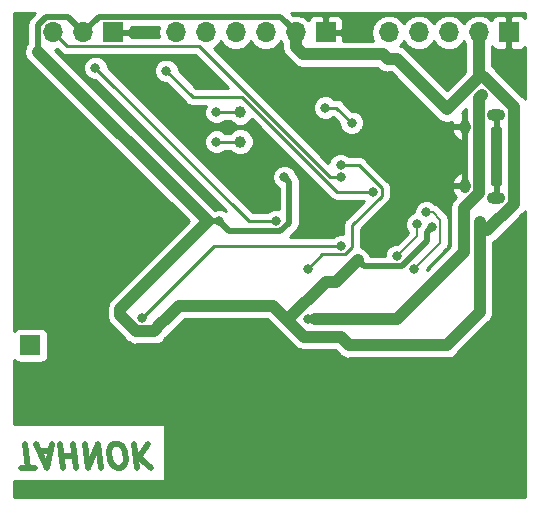
<source format=gbr>
%TF.GenerationSoftware,KiCad,Pcbnew,(6.0.0-rc1-dev-1248-ged6c68a1e)*%
%TF.CreationDate,2019-07-02T22:08:16-04:00*%
%TF.ProjectId,hummingbird,68756d6d-696e-4676-9269-72642e6b6963,rev?*%
%TF.SameCoordinates,Original*%
%TF.FileFunction,Copper,L2,Bot*%
%TF.FilePolarity,Positive*%
%FSLAX46Y46*%
G04 Gerber Fmt 4.6, Leading zero omitted, Abs format (unit mm)*
G04 Created by KiCad (PCBNEW (6.0.0-rc1-dev-1248-ged6c68a1e)) date 07/02/19 22:08:16*
%MOMM*%
%LPD*%
G01*
G04 APERTURE LIST*
%ADD10C,0.500000*%
%ADD11R,1.700000X1.700000*%
%ADD12O,1.700000X1.700000*%
%ADD13O,0.950000X1.250000*%
%ADD14O,1.550000X1.000000*%
%ADD15C,1.000000*%
%ADD16C,0.800000*%
%ADD17C,1.000000*%
%ADD18C,0.250000*%
%ADD19C,0.200000*%
%ADD20C,0.254000*%
G04 APERTURE END LIST*
D10*
X129462351Y-175345238D02*
X130605208Y-175345238D01*
X129783779Y-173345238D02*
X130033779Y-175345238D01*
X130998065Y-173916666D02*
X131950446Y-173916666D01*
X130736160Y-173345238D02*
X131652827Y-175345238D01*
X132069494Y-173345238D01*
X132736160Y-173345238D02*
X132986160Y-175345238D01*
X132867113Y-174392857D02*
X134009970Y-174392857D01*
X133879017Y-173345238D02*
X134129017Y-175345238D01*
X134831398Y-173345238D02*
X135081398Y-175345238D01*
X135974255Y-173345238D01*
X136224255Y-175345238D01*
X137557589Y-175345238D02*
X137938541Y-175345238D01*
X138117113Y-175250000D01*
X138283779Y-175059523D01*
X138331398Y-174678571D01*
X138248065Y-174011904D01*
X138105208Y-173630952D01*
X137890922Y-173440476D01*
X137688541Y-173345238D01*
X137307589Y-173345238D01*
X137129017Y-173440476D01*
X136962351Y-173630952D01*
X136914732Y-174011904D01*
X136998065Y-174678571D01*
X137140922Y-175059523D01*
X137355208Y-175250000D01*
X137557589Y-175345238D01*
X139021875Y-173345238D02*
X139271875Y-175345238D01*
X140164732Y-173345238D02*
X139450446Y-174488095D01*
X140414732Y-175345238D02*
X139129017Y-174202380D01*
D11*
X137250000Y-138500000D03*
D12*
X134710000Y-138500000D03*
X132170000Y-138500000D03*
D13*
X167000000Y-146500000D03*
X167000000Y-151500000D03*
D14*
X169700000Y-152500000D03*
X169700000Y-145500000D03*
D11*
X155250000Y-138500000D03*
D12*
X152710000Y-138500000D03*
X150170000Y-138500000D03*
X147630000Y-138500000D03*
X145090000Y-138500000D03*
X142550000Y-138500000D03*
D11*
X170750000Y-138500000D03*
D12*
X168210000Y-138500000D03*
X165670000Y-138500000D03*
X163130000Y-138500000D03*
X160590000Y-138500000D03*
D11*
X130250000Y-165000000D03*
D15*
X148000000Y-147750000D03*
X148000000Y-145250000D03*
D16*
X164600000Y-141800000D03*
X165382121Y-146873970D03*
X149824990Y-150925010D03*
X143750000Y-141750000D03*
X161250000Y-155750000D03*
X131750000Y-161500000D03*
X159849999Y-154775814D03*
X153000000Y-168000000D03*
X160000000Y-167974990D03*
X165250000Y-166500000D03*
X166500000Y-140250000D03*
X149750000Y-164250000D03*
X143500000Y-163250000D03*
X170250000Y-162250000D03*
X134250000Y-141000000D03*
X158500000Y-138750000D03*
X158500000Y-142500000D03*
X148333260Y-141750000D03*
X129750000Y-141750000D03*
X153750000Y-162750000D03*
X168500000Y-143750000D03*
X158675000Y-162750000D03*
X151750000Y-150750000D03*
X164250000Y-155000000D03*
X141737347Y-162737347D03*
X156500000Y-164250000D03*
X165500000Y-164962500D03*
X157962500Y-157787500D03*
X165500000Y-145000000D03*
X160500000Y-140750000D03*
X168250000Y-154500000D03*
X138250000Y-161500000D03*
X146250000Y-154500000D03*
X146000000Y-147750000D03*
X146000000Y-145250000D03*
X156512653Y-150762653D03*
X157442654Y-146157346D03*
X155200000Y-144875000D03*
X156545514Y-156579822D03*
X139700010Y-162676377D03*
X156500000Y-149750000D03*
X153750000Y-158500000D03*
X151000000Y-154500000D03*
X135750000Y-141500000D03*
X162750000Y-158500000D03*
X163750000Y-153750000D03*
X163000000Y-154750000D03*
X161264270Y-157450000D03*
X159250000Y-152000000D03*
X141750000Y-141750000D03*
D10*
X154315685Y-162750000D02*
X153750000Y-162750000D01*
D17*
X168224990Y-144025010D02*
X168465466Y-143784534D01*
X168224990Y-152086725D02*
X168224990Y-144025010D01*
X166924990Y-153386725D02*
X168224990Y-152086725D01*
X166924990Y-157083012D02*
X166924990Y-153386725D01*
X161258002Y-162750000D02*
X166924990Y-157083012D01*
X154315685Y-162750000D02*
X161258002Y-162750000D01*
X155271997Y-159600001D02*
X152000000Y-162871998D01*
X157962500Y-157787500D02*
X156149999Y-159600001D01*
X156149999Y-159600001D02*
X155271997Y-159600001D01*
X153378002Y-164250000D02*
X156500000Y-164250000D01*
X152000000Y-162871998D02*
X153378002Y-164250000D01*
X157212500Y-164962500D02*
X156500000Y-164250000D01*
X165500000Y-164962500D02*
X157212500Y-164962500D01*
X165500000Y-164962500D02*
X168292757Y-162169743D01*
X168210000Y-142290000D02*
X165500000Y-145000000D01*
X168210000Y-138500000D02*
X168210000Y-142290000D01*
X161250000Y-140750000D02*
X165500000Y-145000000D01*
X160500000Y-140750000D02*
X161250000Y-140750000D01*
X168668002Y-142290000D02*
X168210000Y-142290000D01*
X171175010Y-144797008D02*
X168668002Y-142290000D01*
X171175010Y-152997060D02*
X171175010Y-144797008D01*
X168922070Y-155250000D02*
X171175010Y-152997060D01*
X168292757Y-155250000D02*
X168922070Y-155250000D01*
X168292757Y-162169743D02*
X168292757Y-155250000D01*
X168292757Y-155250000D02*
X168292757Y-154542757D01*
X150778001Y-161649999D02*
X152000000Y-162871998D01*
X142824695Y-161649999D02*
X150778001Y-161649999D01*
X141737347Y-162737347D02*
X142824695Y-161649999D01*
X141337348Y-163137346D02*
X141737347Y-162737347D01*
X140698316Y-163776378D02*
X141337348Y-163137346D01*
X139172009Y-163776378D02*
X140698316Y-163776378D01*
X137850001Y-162454370D02*
X139172009Y-163776378D01*
X137850001Y-161899999D02*
X137850001Y-162454370D01*
X138250000Y-161500000D02*
X137850001Y-161899999D01*
X160100001Y-140350001D02*
X160500000Y-140750000D01*
X153357920Y-140350001D02*
X160100001Y-140350001D01*
X152710000Y-139702081D02*
X153357920Y-140350001D01*
X152710000Y-138500000D02*
X152710000Y-139702081D01*
D10*
X151860001Y-137650001D02*
X152710000Y-138500000D01*
X151409999Y-137199999D02*
X151860001Y-137650001D01*
X136010001Y-137199999D02*
X151409999Y-137199999D01*
X134710000Y-138500000D02*
X136010001Y-137199999D01*
X146649999Y-154899999D02*
X146250000Y-154500000D01*
X147100001Y-155350001D02*
X146649999Y-154899999D01*
X151408001Y-155350001D02*
X147100001Y-155350001D01*
X152149999Y-154608003D02*
X151408001Y-155350001D01*
X152149999Y-151149999D02*
X152149999Y-154608003D01*
X151750000Y-150750000D02*
X152149999Y-151149999D01*
X133860001Y-137650001D02*
X134710000Y-138500000D01*
X133409999Y-137199999D02*
X133860001Y-137650001D01*
X131545999Y-137199999D02*
X133409999Y-137199999D01*
X130869999Y-140119999D02*
X130869999Y-137875999D01*
X130869999Y-137875999D02*
X131545999Y-137199999D01*
D17*
X145250000Y-154500000D02*
X130869999Y-140119999D01*
D10*
X146250000Y-154500000D02*
X145250000Y-154500000D01*
D17*
X145250000Y-154500000D02*
X138250000Y-161500000D01*
D10*
X158362499Y-158187499D02*
X157962500Y-157787500D01*
X158475001Y-158300001D02*
X158362499Y-158187499D01*
X161672271Y-158300001D02*
X158475001Y-158300001D01*
X163850001Y-156122271D02*
X161672271Y-158300001D01*
X163850001Y-155399999D02*
X163850001Y-156122271D01*
X164250000Y-155000000D02*
X163850001Y-155399999D01*
D18*
X146000000Y-147750000D02*
X148000000Y-147750000D01*
X146000000Y-145250000D02*
X148000000Y-145250000D01*
X133019999Y-139349999D02*
X132170000Y-138500000D01*
X133345001Y-139675001D02*
X133019999Y-139349999D01*
X144525999Y-139675001D02*
X133345001Y-139675001D01*
X155613651Y-150762653D02*
X144525999Y-139675001D01*
X156512653Y-150762653D02*
X155613651Y-150762653D01*
X157442654Y-146157346D02*
X156160308Y-144875000D01*
X156160308Y-144875000D02*
X155200000Y-144875000D01*
X145796565Y-156579822D02*
X156545514Y-156579822D01*
X139700010Y-162676377D02*
X145796565Y-156579822D01*
X157065685Y-149750000D02*
X156500000Y-149750000D01*
X158073002Y-149750000D02*
X157065685Y-149750000D01*
X159975001Y-151651999D02*
X158073002Y-149750000D01*
X157500000Y-154823002D02*
X159975001Y-152348001D01*
X157500000Y-156698338D02*
X157500000Y-154823002D01*
X159975001Y-152348001D02*
X159975001Y-151651999D01*
X156893515Y-157304823D02*
X157500000Y-156698338D01*
X154945177Y-157304823D02*
X156893515Y-157304823D01*
X153750000Y-158500000D02*
X154945177Y-157304823D01*
X151000000Y-154500000D02*
X148750000Y-154500000D01*
X148750000Y-154500000D02*
X135750000Y-141500000D01*
D19*
X164950001Y-154384316D02*
X164950001Y-156299999D01*
X163750000Y-153750000D02*
X164315685Y-153750000D01*
X164950001Y-156299999D02*
X162750000Y-158500000D01*
X164315685Y-153750000D02*
X164950001Y-154384316D01*
X163000000Y-154750000D02*
X163000000Y-155714270D01*
X163000000Y-155714270D02*
X161264270Y-157450000D01*
D18*
X158684315Y-152000000D02*
X159250000Y-152000000D01*
X156214588Y-152000000D02*
X158684315Y-152000000D01*
X148189589Y-143975001D02*
X156214588Y-152000000D01*
X143975001Y-143975001D02*
X148189589Y-143975001D01*
X141750000Y-141750000D02*
X143975001Y-143975001D01*
D20*
G36*
X130305844Y-137188576D02*
X130231951Y-137237950D01*
X130182577Y-137311843D01*
X130182575Y-137311845D01*
X130036347Y-137530690D01*
X129967662Y-137875999D01*
X129985000Y-137963164D01*
X129984999Y-139401552D01*
X129800853Y-139677145D01*
X129712764Y-140119999D01*
X129800853Y-140562853D01*
X129988391Y-140843522D01*
X143644868Y-154500000D01*
X137526477Y-160618392D01*
X137126483Y-161018386D01*
X137031712Y-161081710D01*
X136851475Y-161351455D01*
X136780855Y-161457145D01*
X136692766Y-161899999D01*
X136715001Y-162011782D01*
X136715001Y-162342587D01*
X136692766Y-162454370D01*
X136715001Y-162566152D01*
X136715001Y-162566153D01*
X136780855Y-162897225D01*
X137031713Y-163272659D01*
X137126481Y-163335981D01*
X138290398Y-164499899D01*
X138353720Y-164594667D01*
X138596109Y-164756626D01*
X138729154Y-164845524D01*
X139172009Y-164933613D01*
X139283792Y-164911378D01*
X140586533Y-164911378D01*
X140698316Y-164933613D01*
X140810099Y-164911378D01*
X141141171Y-164845524D01*
X141516605Y-164594667D01*
X141579929Y-164499896D01*
X142618955Y-163460870D01*
X143294827Y-162784999D01*
X150307869Y-162784999D01*
X151118395Y-163595526D01*
X151181712Y-163690286D01*
X151276472Y-163753603D01*
X151276476Y-163753607D01*
X151276482Y-163753611D01*
X152496391Y-164973521D01*
X152559713Y-165068289D01*
X152884044Y-165285000D01*
X152935147Y-165319146D01*
X153378001Y-165407235D01*
X153489784Y-165385000D01*
X156029869Y-165385000D01*
X156330887Y-165686018D01*
X156394211Y-165780789D01*
X156718542Y-165997500D01*
X156769645Y-166031646D01*
X157212499Y-166119735D01*
X157324282Y-166097500D01*
X165388217Y-166097500D01*
X165500000Y-166119735D01*
X165611783Y-166097500D01*
X165942855Y-166031646D01*
X166318289Y-165780789D01*
X166381613Y-165686018D01*
X169016278Y-163051353D01*
X169111046Y-162988032D01*
X169361903Y-162612598D01*
X169415558Y-162342853D01*
X169449992Y-162169743D01*
X169427757Y-162057960D01*
X169427757Y-156277163D01*
X169740359Y-156068289D01*
X169803683Y-155973518D01*
X171898531Y-153878670D01*
X171993299Y-153815349D01*
X172115000Y-153633210D01*
X172115001Y-177865000D01*
X128885000Y-177865000D01*
X128885000Y-176450000D01*
X141646905Y-176450000D01*
X141646905Y-171680000D01*
X128885000Y-171680000D01*
X128885000Y-166222217D01*
X128942191Y-166307809D01*
X129152235Y-166448157D01*
X129400000Y-166497440D01*
X131100000Y-166497440D01*
X131347765Y-166448157D01*
X131557809Y-166307809D01*
X131698157Y-166097765D01*
X131747440Y-165850000D01*
X131747440Y-164150000D01*
X131698157Y-163902235D01*
X131557809Y-163692191D01*
X131347765Y-163551843D01*
X131100000Y-163502560D01*
X129400000Y-163502560D01*
X129152235Y-163551843D01*
X128942191Y-163692191D01*
X128885000Y-163777783D01*
X128885000Y-136885000D01*
X130609419Y-136885000D01*
X130305844Y-137188576D01*
X130305844Y-137188576D01*
G37*
X130305844Y-137188576D02*
X130231951Y-137237950D01*
X130182577Y-137311843D01*
X130182575Y-137311845D01*
X130036347Y-137530690D01*
X129967662Y-137875999D01*
X129985000Y-137963164D01*
X129984999Y-139401552D01*
X129800853Y-139677145D01*
X129712764Y-140119999D01*
X129800853Y-140562853D01*
X129988391Y-140843522D01*
X143644868Y-154500000D01*
X137526477Y-160618392D01*
X137126483Y-161018386D01*
X137031712Y-161081710D01*
X136851475Y-161351455D01*
X136780855Y-161457145D01*
X136692766Y-161899999D01*
X136715001Y-162011782D01*
X136715001Y-162342587D01*
X136692766Y-162454370D01*
X136715001Y-162566152D01*
X136715001Y-162566153D01*
X136780855Y-162897225D01*
X137031713Y-163272659D01*
X137126481Y-163335981D01*
X138290398Y-164499899D01*
X138353720Y-164594667D01*
X138596109Y-164756626D01*
X138729154Y-164845524D01*
X139172009Y-164933613D01*
X139283792Y-164911378D01*
X140586533Y-164911378D01*
X140698316Y-164933613D01*
X140810099Y-164911378D01*
X141141171Y-164845524D01*
X141516605Y-164594667D01*
X141579929Y-164499896D01*
X142618955Y-163460870D01*
X143294827Y-162784999D01*
X150307869Y-162784999D01*
X151118395Y-163595526D01*
X151181712Y-163690286D01*
X151276472Y-163753603D01*
X151276476Y-163753607D01*
X151276482Y-163753611D01*
X152496391Y-164973521D01*
X152559713Y-165068289D01*
X152884044Y-165285000D01*
X152935147Y-165319146D01*
X153378001Y-165407235D01*
X153489784Y-165385000D01*
X156029869Y-165385000D01*
X156330887Y-165686018D01*
X156394211Y-165780789D01*
X156718542Y-165997500D01*
X156769645Y-166031646D01*
X157212499Y-166119735D01*
X157324282Y-166097500D01*
X165388217Y-166097500D01*
X165500000Y-166119735D01*
X165611783Y-166097500D01*
X165942855Y-166031646D01*
X166318289Y-165780789D01*
X166381613Y-165686018D01*
X169016278Y-163051353D01*
X169111046Y-162988032D01*
X169361903Y-162612598D01*
X169415558Y-162342853D01*
X169449992Y-162169743D01*
X169427757Y-162057960D01*
X169427757Y-156277163D01*
X169740359Y-156068289D01*
X169803683Y-155973518D01*
X171898531Y-153878670D01*
X171993299Y-153815349D01*
X172115000Y-153633210D01*
X172115001Y-177865000D01*
X128885000Y-177865000D01*
X128885000Y-176450000D01*
X141646905Y-176450000D01*
X141646905Y-171680000D01*
X128885000Y-171680000D01*
X128885000Y-166222217D01*
X128942191Y-166307809D01*
X129152235Y-166448157D01*
X129400000Y-166497440D01*
X131100000Y-166497440D01*
X131347765Y-166448157D01*
X131557809Y-166307809D01*
X131698157Y-166097765D01*
X131747440Y-165850000D01*
X131747440Y-164150000D01*
X131698157Y-163902235D01*
X131557809Y-163692191D01*
X131347765Y-163551843D01*
X131100000Y-163502560D01*
X129400000Y-163502560D01*
X129152235Y-163551843D01*
X128942191Y-163692191D01*
X128885000Y-163777783D01*
X128885000Y-136885000D01*
X130609419Y-136885000D01*
X130305844Y-137188576D01*
G36*
X151575000Y-139474281D02*
X151575000Y-139590298D01*
X151552765Y-139702081D01*
X151575000Y-139813864D01*
X151640854Y-140144936D01*
X151891712Y-140520370D01*
X151986480Y-140583692D01*
X152476307Y-141073519D01*
X152539631Y-141168290D01*
X152915065Y-141419147D01*
X153246137Y-141485001D01*
X153357919Y-141507236D01*
X153469701Y-141485001D01*
X159626060Y-141485001D01*
X159681711Y-141568289D01*
X160057145Y-141819146D01*
X160197906Y-141847145D01*
X160499999Y-141907235D01*
X160611782Y-141885000D01*
X160779869Y-141885000D01*
X164618393Y-145723525D01*
X164681712Y-145818288D01*
X164776475Y-145881607D01*
X164776476Y-145881608D01*
X165057145Y-146069146D01*
X165500000Y-146157235D01*
X165942854Y-146069146D01*
X165943825Y-146068497D01*
X165898771Y-146198869D01*
X166047437Y-146373000D01*
X166873000Y-146373000D01*
X166873000Y-145407266D01*
X166772361Y-145332770D01*
X167089991Y-145015140D01*
X167089990Y-151616593D01*
X167059583Y-151647000D01*
X166873000Y-151647000D01*
X166873000Y-151627000D01*
X166047437Y-151627000D01*
X165898771Y-151801131D01*
X166040432Y-152211049D01*
X166254323Y-152452261D01*
X166201470Y-152505114D01*
X166106702Y-152568436D01*
X165978703Y-152760000D01*
X165855844Y-152943871D01*
X165767755Y-153386725D01*
X165789991Y-153498513D01*
X165789990Y-156612880D01*
X163785000Y-158617870D01*
X163785000Y-158504446D01*
X165418538Y-156870909D01*
X165479906Y-156829904D01*
X165642355Y-156586782D01*
X165685001Y-156372387D01*
X165685001Y-156372384D01*
X165699399Y-156300000D01*
X165685001Y-156227616D01*
X165685001Y-154456699D01*
X165699399Y-154384315D01*
X165685001Y-154311929D01*
X165685001Y-154311928D01*
X165642355Y-154097533D01*
X165479906Y-153854411D01*
X165418539Y-153813407D01*
X164886596Y-153281465D01*
X164845590Y-153220095D01*
X164602468Y-153057646D01*
X164501217Y-153037506D01*
X164336280Y-152872569D01*
X163955874Y-152715000D01*
X163544126Y-152715000D01*
X163163720Y-152872569D01*
X162872569Y-153163720D01*
X162715000Y-153544126D01*
X162715000Y-153747775D01*
X162413720Y-153872569D01*
X162122569Y-154163720D01*
X161965000Y-154544126D01*
X161965000Y-154955874D01*
X162122569Y-155336280D01*
X162230556Y-155444267D01*
X161259824Y-156415000D01*
X161058396Y-156415000D01*
X160677990Y-156572569D01*
X160386839Y-156863720D01*
X160229270Y-157244126D01*
X160229270Y-157415001D01*
X159045640Y-157415001D01*
X159031645Y-157344646D01*
X158780788Y-156969212D01*
X158405354Y-156718355D01*
X158273659Y-156692159D01*
X158260000Y-156623492D01*
X158260000Y-155137803D01*
X160459474Y-152938330D01*
X160522930Y-152895930D01*
X160690905Y-152644538D01*
X160735001Y-152422853D01*
X160735001Y-152422848D01*
X160749889Y-152348001D01*
X160735001Y-152273154D01*
X160735001Y-151726847D01*
X160749889Y-151651999D01*
X160735001Y-151577151D01*
X160735001Y-151577147D01*
X160690905Y-151355462D01*
X160690905Y-151355461D01*
X160586273Y-151198869D01*
X165898771Y-151198869D01*
X166047437Y-151373000D01*
X166873000Y-151373000D01*
X166873000Y-150407266D01*
X166702062Y-150280732D01*
X166328179Y-150464448D01*
X166040432Y-150788951D01*
X165898771Y-151198869D01*
X160586273Y-151198869D01*
X160565330Y-151167526D01*
X160522930Y-151104070D01*
X160459474Y-151061670D01*
X158663333Y-149265530D01*
X158620931Y-149202071D01*
X158369539Y-149034096D01*
X158147854Y-148990000D01*
X158147849Y-148990000D01*
X158073002Y-148975112D01*
X157998155Y-148990000D01*
X157203711Y-148990000D01*
X157086280Y-148872569D01*
X156705874Y-148715000D01*
X156294126Y-148715000D01*
X155913720Y-148872569D01*
X155622569Y-149163720D01*
X155466443Y-149540643D01*
X150594926Y-144669126D01*
X154165000Y-144669126D01*
X154165000Y-145080874D01*
X154322569Y-145461280D01*
X154613720Y-145752431D01*
X154994126Y-145910000D01*
X155405874Y-145910000D01*
X155786280Y-145752431D01*
X155874609Y-145664102D01*
X156407654Y-146197148D01*
X156407654Y-146363220D01*
X156565223Y-146743626D01*
X156856374Y-147034777D01*
X157236780Y-147192346D01*
X157648528Y-147192346D01*
X158028934Y-147034777D01*
X158262580Y-146801131D01*
X165898771Y-146801131D01*
X166040432Y-147211049D01*
X166328179Y-147535552D01*
X166702062Y-147719268D01*
X166873000Y-147592734D01*
X166873000Y-146627000D01*
X166047437Y-146627000D01*
X165898771Y-146801131D01*
X158262580Y-146801131D01*
X158320085Y-146743626D01*
X158477654Y-146363220D01*
X158477654Y-145951472D01*
X158320085Y-145571066D01*
X158028934Y-145279915D01*
X157648528Y-145122346D01*
X157482456Y-145122346D01*
X156750639Y-144390530D01*
X156708237Y-144327071D01*
X156456845Y-144159096D01*
X156235160Y-144115000D01*
X156235155Y-144115000D01*
X156160308Y-144100112D01*
X156085461Y-144115000D01*
X155903711Y-144115000D01*
X155786280Y-143997569D01*
X155405874Y-143840000D01*
X154994126Y-143840000D01*
X154613720Y-143997569D01*
X154322569Y-144288720D01*
X154165000Y-144669126D01*
X150594926Y-144669126D01*
X145762466Y-139836667D01*
X146160625Y-139570625D01*
X146360000Y-139272239D01*
X146559375Y-139570625D01*
X147050582Y-139898839D01*
X147483744Y-139985000D01*
X147776256Y-139985000D01*
X148209418Y-139898839D01*
X148700625Y-139570625D01*
X148900000Y-139272239D01*
X149099375Y-139570625D01*
X149590582Y-139898839D01*
X150023744Y-139985000D01*
X150316256Y-139985000D01*
X150749418Y-139898839D01*
X151240625Y-139570625D01*
X151440000Y-139272239D01*
X151575000Y-139474281D01*
X151575000Y-139474281D01*
G37*
X151575000Y-139474281D02*
X151575000Y-139590298D01*
X151552765Y-139702081D01*
X151575000Y-139813864D01*
X151640854Y-140144936D01*
X151891712Y-140520370D01*
X151986480Y-140583692D01*
X152476307Y-141073519D01*
X152539631Y-141168290D01*
X152915065Y-141419147D01*
X153246137Y-141485001D01*
X153357919Y-141507236D01*
X153469701Y-141485001D01*
X159626060Y-141485001D01*
X159681711Y-141568289D01*
X160057145Y-141819146D01*
X160197906Y-141847145D01*
X160499999Y-141907235D01*
X160611782Y-141885000D01*
X160779869Y-141885000D01*
X164618393Y-145723525D01*
X164681712Y-145818288D01*
X164776475Y-145881607D01*
X164776476Y-145881608D01*
X165057145Y-146069146D01*
X165500000Y-146157235D01*
X165942854Y-146069146D01*
X165943825Y-146068497D01*
X165898771Y-146198869D01*
X166047437Y-146373000D01*
X166873000Y-146373000D01*
X166873000Y-145407266D01*
X166772361Y-145332770D01*
X167089991Y-145015140D01*
X167089990Y-151616593D01*
X167059583Y-151647000D01*
X166873000Y-151647000D01*
X166873000Y-151627000D01*
X166047437Y-151627000D01*
X165898771Y-151801131D01*
X166040432Y-152211049D01*
X166254323Y-152452261D01*
X166201470Y-152505114D01*
X166106702Y-152568436D01*
X165978703Y-152760000D01*
X165855844Y-152943871D01*
X165767755Y-153386725D01*
X165789991Y-153498513D01*
X165789990Y-156612880D01*
X163785000Y-158617870D01*
X163785000Y-158504446D01*
X165418538Y-156870909D01*
X165479906Y-156829904D01*
X165642355Y-156586782D01*
X165685001Y-156372387D01*
X165685001Y-156372384D01*
X165699399Y-156300000D01*
X165685001Y-156227616D01*
X165685001Y-154456699D01*
X165699399Y-154384315D01*
X165685001Y-154311929D01*
X165685001Y-154311928D01*
X165642355Y-154097533D01*
X165479906Y-153854411D01*
X165418539Y-153813407D01*
X164886596Y-153281465D01*
X164845590Y-153220095D01*
X164602468Y-153057646D01*
X164501217Y-153037506D01*
X164336280Y-152872569D01*
X163955874Y-152715000D01*
X163544126Y-152715000D01*
X163163720Y-152872569D01*
X162872569Y-153163720D01*
X162715000Y-153544126D01*
X162715000Y-153747775D01*
X162413720Y-153872569D01*
X162122569Y-154163720D01*
X161965000Y-154544126D01*
X161965000Y-154955874D01*
X162122569Y-155336280D01*
X162230556Y-155444267D01*
X161259824Y-156415000D01*
X161058396Y-156415000D01*
X160677990Y-156572569D01*
X160386839Y-156863720D01*
X160229270Y-157244126D01*
X160229270Y-157415001D01*
X159045640Y-157415001D01*
X159031645Y-157344646D01*
X158780788Y-156969212D01*
X158405354Y-156718355D01*
X158273659Y-156692159D01*
X158260000Y-156623492D01*
X158260000Y-155137803D01*
X160459474Y-152938330D01*
X160522930Y-152895930D01*
X160690905Y-152644538D01*
X160735001Y-152422853D01*
X160735001Y-152422848D01*
X160749889Y-152348001D01*
X160735001Y-152273154D01*
X160735001Y-151726847D01*
X160749889Y-151651999D01*
X160735001Y-151577151D01*
X160735001Y-151577147D01*
X160690905Y-151355462D01*
X160690905Y-151355461D01*
X160586273Y-151198869D01*
X165898771Y-151198869D01*
X166047437Y-151373000D01*
X166873000Y-151373000D01*
X166873000Y-150407266D01*
X166702062Y-150280732D01*
X166328179Y-150464448D01*
X166040432Y-150788951D01*
X165898771Y-151198869D01*
X160586273Y-151198869D01*
X160565330Y-151167526D01*
X160522930Y-151104070D01*
X160459474Y-151061670D01*
X158663333Y-149265530D01*
X158620931Y-149202071D01*
X158369539Y-149034096D01*
X158147854Y-148990000D01*
X158147849Y-148990000D01*
X158073002Y-148975112D01*
X157998155Y-148990000D01*
X157203711Y-148990000D01*
X157086280Y-148872569D01*
X156705874Y-148715000D01*
X156294126Y-148715000D01*
X155913720Y-148872569D01*
X155622569Y-149163720D01*
X155466443Y-149540643D01*
X150594926Y-144669126D01*
X154165000Y-144669126D01*
X154165000Y-145080874D01*
X154322569Y-145461280D01*
X154613720Y-145752431D01*
X154994126Y-145910000D01*
X155405874Y-145910000D01*
X155786280Y-145752431D01*
X155874609Y-145664102D01*
X156407654Y-146197148D01*
X156407654Y-146363220D01*
X156565223Y-146743626D01*
X156856374Y-147034777D01*
X157236780Y-147192346D01*
X157648528Y-147192346D01*
X158028934Y-147034777D01*
X158262580Y-146801131D01*
X165898771Y-146801131D01*
X166040432Y-147211049D01*
X166328179Y-147535552D01*
X166702062Y-147719268D01*
X166873000Y-147592734D01*
X166873000Y-146627000D01*
X166047437Y-146627000D01*
X165898771Y-146801131D01*
X158262580Y-146801131D01*
X158320085Y-146743626D01*
X158477654Y-146363220D01*
X158477654Y-145951472D01*
X158320085Y-145571066D01*
X158028934Y-145279915D01*
X157648528Y-145122346D01*
X157482456Y-145122346D01*
X156750639Y-144390530D01*
X156708237Y-144327071D01*
X156456845Y-144159096D01*
X156235160Y-144115000D01*
X156235155Y-144115000D01*
X156160308Y-144100112D01*
X156085461Y-144115000D01*
X155903711Y-144115000D01*
X155786280Y-143997569D01*
X155405874Y-143840000D01*
X154994126Y-143840000D01*
X154613720Y-143997569D01*
X154322569Y-144288720D01*
X154165000Y-144669126D01*
X150594926Y-144669126D01*
X145762466Y-139836667D01*
X146160625Y-139570625D01*
X146360000Y-139272239D01*
X146559375Y-139570625D01*
X147050582Y-139898839D01*
X147483744Y-139985000D01*
X147776256Y-139985000D01*
X148209418Y-139898839D01*
X148700625Y-139570625D01*
X148900000Y-139272239D01*
X149099375Y-139570625D01*
X149590582Y-139898839D01*
X150023744Y-139985000D01*
X150316256Y-139985000D01*
X150749418Y-139898839D01*
X151240625Y-139570625D01*
X151440000Y-139272239D01*
X151575000Y-139474281D01*
G36*
X132754670Y-140159471D02*
X132797072Y-140222930D01*
X133048464Y-140390905D01*
X133270149Y-140435001D01*
X133270153Y-140435001D01*
X133345000Y-140449889D01*
X133419847Y-140435001D01*
X144211198Y-140435001D01*
X146991198Y-143215001D01*
X144289803Y-143215001D01*
X142785000Y-141710199D01*
X142785000Y-141544126D01*
X142627431Y-141163720D01*
X142336280Y-140872569D01*
X141955874Y-140715000D01*
X141544126Y-140715000D01*
X141163720Y-140872569D01*
X140872569Y-141163720D01*
X140715000Y-141544126D01*
X140715000Y-141955874D01*
X140872569Y-142336280D01*
X141163720Y-142627431D01*
X141544126Y-142785000D01*
X141710199Y-142785000D01*
X143384671Y-144459473D01*
X143427072Y-144522930D01*
X143678464Y-144690905D01*
X143900149Y-144735001D01*
X143900153Y-144735001D01*
X143975001Y-144749889D01*
X144049849Y-144735001D01*
X145093044Y-144735001D01*
X144965000Y-145044126D01*
X144965000Y-145455874D01*
X145122569Y-145836280D01*
X145413720Y-146127431D01*
X145794126Y-146285000D01*
X146205874Y-146285000D01*
X146586280Y-146127431D01*
X146703711Y-146010000D01*
X147154867Y-146010000D01*
X147357074Y-146212207D01*
X147774234Y-146385000D01*
X148225766Y-146385000D01*
X148642926Y-146212207D01*
X148962207Y-145892926D01*
X148982858Y-145843071D01*
X155624261Y-152484476D01*
X155666659Y-152547929D01*
X155730112Y-152590327D01*
X155730114Y-152590329D01*
X155811243Y-152644537D01*
X155918051Y-152715904D01*
X156139736Y-152760000D01*
X156139740Y-152760000D01*
X156214587Y-152774888D01*
X156289434Y-152760000D01*
X158488200Y-152760000D01*
X157015528Y-154232673D01*
X156952072Y-154275073D01*
X156909672Y-154338529D01*
X156909671Y-154338530D01*
X156784097Y-154526465D01*
X156725112Y-154823002D01*
X156740001Y-154897854D01*
X156740001Y-155544822D01*
X156339640Y-155544822D01*
X155959234Y-155702391D01*
X155841803Y-155819822D01*
X152189758Y-155819822D01*
X152714155Y-155295426D01*
X152788048Y-155246052D01*
X152856665Y-155143361D01*
X152983651Y-154953313D01*
X153005134Y-154845309D01*
X153034999Y-154695168D01*
X153034999Y-154695164D01*
X153052336Y-154608003D01*
X153034999Y-154520842D01*
X153034999Y-151237159D01*
X153052336Y-151149998D01*
X153034999Y-151062835D01*
X153034999Y-151062834D01*
X152983651Y-150804689D01*
X152788048Y-150511950D01*
X152765406Y-150496821D01*
X152627431Y-150163720D01*
X152336280Y-149872569D01*
X151955874Y-149715000D01*
X151544126Y-149715000D01*
X151163720Y-149872569D01*
X150872569Y-150163720D01*
X150715000Y-150544126D01*
X150715000Y-150955874D01*
X150872569Y-151336280D01*
X151163720Y-151627431D01*
X151264999Y-151669382D01*
X151265000Y-153489491D01*
X151205874Y-153465000D01*
X150794126Y-153465000D01*
X150413720Y-153622569D01*
X150296289Y-153740000D01*
X149064803Y-153740000D01*
X142868928Y-147544126D01*
X144965000Y-147544126D01*
X144965000Y-147955874D01*
X145122569Y-148336280D01*
X145413720Y-148627431D01*
X145794126Y-148785000D01*
X146205874Y-148785000D01*
X146586280Y-148627431D01*
X146703711Y-148510000D01*
X147154867Y-148510000D01*
X147357074Y-148712207D01*
X147774234Y-148885000D01*
X148225766Y-148885000D01*
X148642926Y-148712207D01*
X148962207Y-148392926D01*
X149135000Y-147975766D01*
X149135000Y-147524234D01*
X148962207Y-147107074D01*
X148642926Y-146787793D01*
X148225766Y-146615000D01*
X147774234Y-146615000D01*
X147357074Y-146787793D01*
X147154867Y-146990000D01*
X146703711Y-146990000D01*
X146586280Y-146872569D01*
X146205874Y-146715000D01*
X145794126Y-146715000D01*
X145413720Y-146872569D01*
X145122569Y-147163720D01*
X144965000Y-147544126D01*
X142868928Y-147544126D01*
X136785000Y-141460199D01*
X136785000Y-141294126D01*
X136627431Y-140913720D01*
X136336280Y-140622569D01*
X135955874Y-140465000D01*
X135544126Y-140465000D01*
X135163720Y-140622569D01*
X134872569Y-140913720D01*
X134715000Y-141294126D01*
X134715000Y-141705874D01*
X134872569Y-142086280D01*
X135163720Y-142377431D01*
X135544126Y-142535000D01*
X135710199Y-142535000D01*
X146770533Y-153595336D01*
X146455874Y-153465000D01*
X146044126Y-153465000D01*
X145885738Y-153530606D01*
X132336170Y-139981039D01*
X132536408Y-139941209D01*
X132754670Y-140159471D01*
X132754670Y-140159471D01*
G37*
X132754670Y-140159471D02*
X132797072Y-140222930D01*
X133048464Y-140390905D01*
X133270149Y-140435001D01*
X133270153Y-140435001D01*
X133345000Y-140449889D01*
X133419847Y-140435001D01*
X144211198Y-140435001D01*
X146991198Y-143215001D01*
X144289803Y-143215001D01*
X142785000Y-141710199D01*
X142785000Y-141544126D01*
X142627431Y-141163720D01*
X142336280Y-140872569D01*
X141955874Y-140715000D01*
X141544126Y-140715000D01*
X141163720Y-140872569D01*
X140872569Y-141163720D01*
X140715000Y-141544126D01*
X140715000Y-141955874D01*
X140872569Y-142336280D01*
X141163720Y-142627431D01*
X141544126Y-142785000D01*
X141710199Y-142785000D01*
X143384671Y-144459473D01*
X143427072Y-144522930D01*
X143678464Y-144690905D01*
X143900149Y-144735001D01*
X143900153Y-144735001D01*
X143975001Y-144749889D01*
X144049849Y-144735001D01*
X145093044Y-144735001D01*
X144965000Y-145044126D01*
X144965000Y-145455874D01*
X145122569Y-145836280D01*
X145413720Y-146127431D01*
X145794126Y-146285000D01*
X146205874Y-146285000D01*
X146586280Y-146127431D01*
X146703711Y-146010000D01*
X147154867Y-146010000D01*
X147357074Y-146212207D01*
X147774234Y-146385000D01*
X148225766Y-146385000D01*
X148642926Y-146212207D01*
X148962207Y-145892926D01*
X148982858Y-145843071D01*
X155624261Y-152484476D01*
X155666659Y-152547929D01*
X155730112Y-152590327D01*
X155730114Y-152590329D01*
X155811243Y-152644537D01*
X155918051Y-152715904D01*
X156139736Y-152760000D01*
X156139740Y-152760000D01*
X156214587Y-152774888D01*
X156289434Y-152760000D01*
X158488200Y-152760000D01*
X157015528Y-154232673D01*
X156952072Y-154275073D01*
X156909672Y-154338529D01*
X156909671Y-154338530D01*
X156784097Y-154526465D01*
X156725112Y-154823002D01*
X156740001Y-154897854D01*
X156740001Y-155544822D01*
X156339640Y-155544822D01*
X155959234Y-155702391D01*
X155841803Y-155819822D01*
X152189758Y-155819822D01*
X152714155Y-155295426D01*
X152788048Y-155246052D01*
X152856665Y-155143361D01*
X152983651Y-154953313D01*
X153005134Y-154845309D01*
X153034999Y-154695168D01*
X153034999Y-154695164D01*
X153052336Y-154608003D01*
X153034999Y-154520842D01*
X153034999Y-151237159D01*
X153052336Y-151149998D01*
X153034999Y-151062835D01*
X153034999Y-151062834D01*
X152983651Y-150804689D01*
X152788048Y-150511950D01*
X152765406Y-150496821D01*
X152627431Y-150163720D01*
X152336280Y-149872569D01*
X151955874Y-149715000D01*
X151544126Y-149715000D01*
X151163720Y-149872569D01*
X150872569Y-150163720D01*
X150715000Y-150544126D01*
X150715000Y-150955874D01*
X150872569Y-151336280D01*
X151163720Y-151627431D01*
X151264999Y-151669382D01*
X151265000Y-153489491D01*
X151205874Y-153465000D01*
X150794126Y-153465000D01*
X150413720Y-153622569D01*
X150296289Y-153740000D01*
X149064803Y-153740000D01*
X142868928Y-147544126D01*
X144965000Y-147544126D01*
X144965000Y-147955874D01*
X145122569Y-148336280D01*
X145413720Y-148627431D01*
X145794126Y-148785000D01*
X146205874Y-148785000D01*
X146586280Y-148627431D01*
X146703711Y-148510000D01*
X147154867Y-148510000D01*
X147357074Y-148712207D01*
X147774234Y-148885000D01*
X148225766Y-148885000D01*
X148642926Y-148712207D01*
X148962207Y-148392926D01*
X149135000Y-147975766D01*
X149135000Y-147524234D01*
X148962207Y-147107074D01*
X148642926Y-146787793D01*
X148225766Y-146615000D01*
X147774234Y-146615000D01*
X147357074Y-146787793D01*
X147154867Y-146990000D01*
X146703711Y-146990000D01*
X146586280Y-146872569D01*
X146205874Y-146715000D01*
X145794126Y-146715000D01*
X145413720Y-146872569D01*
X145122569Y-147163720D01*
X144965000Y-147544126D01*
X142868928Y-147544126D01*
X136785000Y-141460199D01*
X136785000Y-141294126D01*
X136627431Y-140913720D01*
X136336280Y-140622569D01*
X135955874Y-140465000D01*
X135544126Y-140465000D01*
X135163720Y-140622569D01*
X134872569Y-140913720D01*
X134715000Y-141294126D01*
X134715000Y-141705874D01*
X134872569Y-142086280D01*
X135163720Y-142377431D01*
X135544126Y-142535000D01*
X135710199Y-142535000D01*
X146770533Y-153595336D01*
X146455874Y-153465000D01*
X146044126Y-153465000D01*
X145885738Y-153530606D01*
X132336170Y-139981039D01*
X132536408Y-139941209D01*
X132754670Y-140159471D01*
G36*
X169827000Y-145373000D02*
X169847000Y-145373000D01*
X169847000Y-145627000D01*
X169827000Y-145627000D01*
X169827000Y-146635000D01*
X170040011Y-146635000D01*
X170040010Y-151365000D01*
X169827000Y-151365000D01*
X169827000Y-152373000D01*
X169847000Y-152373000D01*
X169847000Y-152627000D01*
X169827000Y-152627000D01*
X169827000Y-152647000D01*
X169573000Y-152647000D01*
X169573000Y-152627000D01*
X169553000Y-152627000D01*
X169553000Y-152373000D01*
X169573000Y-152373000D01*
X169573000Y-151365000D01*
X169359990Y-151365000D01*
X169359990Y-146635000D01*
X169573000Y-146635000D01*
X169573000Y-145627000D01*
X169553000Y-145627000D01*
X169553000Y-145373000D01*
X169573000Y-145373000D01*
X169573000Y-145353000D01*
X169827000Y-145353000D01*
X169827000Y-145373000D01*
X169827000Y-145373000D01*
G37*
X169827000Y-145373000D02*
X169847000Y-145373000D01*
X169847000Y-145627000D01*
X169827000Y-145627000D01*
X169827000Y-146635000D01*
X170040011Y-146635000D01*
X170040010Y-151365000D01*
X169827000Y-151365000D01*
X169827000Y-152373000D01*
X169847000Y-152373000D01*
X169847000Y-152627000D01*
X169827000Y-152627000D01*
X169827000Y-152647000D01*
X169573000Y-152647000D01*
X169573000Y-152627000D01*
X169553000Y-152627000D01*
X169553000Y-152373000D01*
X169573000Y-152373000D01*
X169573000Y-151365000D01*
X169359990Y-151365000D01*
X169359990Y-146635000D01*
X169573000Y-146635000D01*
X169573000Y-145627000D01*
X169553000Y-145627000D01*
X169553000Y-145373000D01*
X169573000Y-145373000D01*
X169573000Y-145353000D01*
X169827000Y-145353000D01*
X169827000Y-145373000D01*
G36*
X172115000Y-137266975D02*
X171959699Y-137111673D01*
X171726310Y-137015000D01*
X171035750Y-137015000D01*
X170877000Y-137173750D01*
X170877000Y-138373000D01*
X170897000Y-138373000D01*
X170897000Y-138627000D01*
X170877000Y-138627000D01*
X170877000Y-139826250D01*
X171035750Y-139985000D01*
X171726310Y-139985000D01*
X171959699Y-139888327D01*
X172115000Y-139733025D01*
X172115000Y-144160858D01*
X171993299Y-143978719D01*
X171898531Y-143915397D01*
X169549615Y-141566482D01*
X169486291Y-141471711D01*
X169345000Y-141377303D01*
X169345000Y-139669446D01*
X169361673Y-139709698D01*
X169540301Y-139888327D01*
X169773690Y-139985000D01*
X170464250Y-139985000D01*
X170623000Y-139826250D01*
X170623000Y-138627000D01*
X170603000Y-138627000D01*
X170603000Y-138373000D01*
X170623000Y-138373000D01*
X170623000Y-137173750D01*
X170464250Y-137015000D01*
X169773690Y-137015000D01*
X169540301Y-137111673D01*
X169361673Y-137290302D01*
X169295096Y-137451033D01*
X169280625Y-137429375D01*
X168789418Y-137101161D01*
X168356256Y-137015000D01*
X168063744Y-137015000D01*
X167630582Y-137101161D01*
X167139375Y-137429375D01*
X166940000Y-137727761D01*
X166740625Y-137429375D01*
X166249418Y-137101161D01*
X165816256Y-137015000D01*
X165523744Y-137015000D01*
X165090582Y-137101161D01*
X164599375Y-137429375D01*
X164400000Y-137727761D01*
X164200625Y-137429375D01*
X163709418Y-137101161D01*
X163276256Y-137015000D01*
X162983744Y-137015000D01*
X162550582Y-137101161D01*
X162059375Y-137429375D01*
X161860000Y-137727761D01*
X161660625Y-137429375D01*
X161169418Y-137101161D01*
X160736256Y-137015000D01*
X160443744Y-137015000D01*
X160010582Y-137101161D01*
X159519375Y-137429375D01*
X159191161Y-137920582D01*
X159075908Y-138500000D01*
X159191161Y-139079418D01*
X159281755Y-139215001D01*
X156735000Y-139215001D01*
X156735000Y-138785750D01*
X156576250Y-138627000D01*
X155377000Y-138627000D01*
X155377000Y-138647000D01*
X155123000Y-138647000D01*
X155123000Y-138627000D01*
X155103000Y-138627000D01*
X155103000Y-138373000D01*
X155123000Y-138373000D01*
X155123000Y-137173750D01*
X155377000Y-137173750D01*
X155377000Y-138373000D01*
X156576250Y-138373000D01*
X156735000Y-138214250D01*
X156735000Y-137523691D01*
X156638327Y-137290302D01*
X156459699Y-137111673D01*
X156226310Y-137015000D01*
X155535750Y-137015000D01*
X155377000Y-137173750D01*
X155123000Y-137173750D01*
X154964250Y-137015000D01*
X154273690Y-137015000D01*
X154040301Y-137111673D01*
X153861673Y-137290302D01*
X153795096Y-137451033D01*
X153780625Y-137429375D01*
X153289418Y-137101161D01*
X152856256Y-137015000D01*
X152563744Y-137015000D01*
X152491040Y-137029462D01*
X152346578Y-136885000D01*
X172115000Y-136885000D01*
X172115000Y-137266975D01*
X172115000Y-137266975D01*
G37*
X172115000Y-137266975D02*
X171959699Y-137111673D01*
X171726310Y-137015000D01*
X171035750Y-137015000D01*
X170877000Y-137173750D01*
X170877000Y-138373000D01*
X170897000Y-138373000D01*
X170897000Y-138627000D01*
X170877000Y-138627000D01*
X170877000Y-139826250D01*
X171035750Y-139985000D01*
X171726310Y-139985000D01*
X171959699Y-139888327D01*
X172115000Y-139733025D01*
X172115000Y-144160858D01*
X171993299Y-143978719D01*
X171898531Y-143915397D01*
X169549615Y-141566482D01*
X169486291Y-141471711D01*
X169345000Y-141377303D01*
X169345000Y-139669446D01*
X169361673Y-139709698D01*
X169540301Y-139888327D01*
X169773690Y-139985000D01*
X170464250Y-139985000D01*
X170623000Y-139826250D01*
X170623000Y-138627000D01*
X170603000Y-138627000D01*
X170603000Y-138373000D01*
X170623000Y-138373000D01*
X170623000Y-137173750D01*
X170464250Y-137015000D01*
X169773690Y-137015000D01*
X169540301Y-137111673D01*
X169361673Y-137290302D01*
X169295096Y-137451033D01*
X169280625Y-137429375D01*
X168789418Y-137101161D01*
X168356256Y-137015000D01*
X168063744Y-137015000D01*
X167630582Y-137101161D01*
X167139375Y-137429375D01*
X166940000Y-137727761D01*
X166740625Y-137429375D01*
X166249418Y-137101161D01*
X165816256Y-137015000D01*
X165523744Y-137015000D01*
X165090582Y-137101161D01*
X164599375Y-137429375D01*
X164400000Y-137727761D01*
X164200625Y-137429375D01*
X163709418Y-137101161D01*
X163276256Y-137015000D01*
X162983744Y-137015000D01*
X162550582Y-137101161D01*
X162059375Y-137429375D01*
X161860000Y-137727761D01*
X161660625Y-137429375D01*
X161169418Y-137101161D01*
X160736256Y-137015000D01*
X160443744Y-137015000D01*
X160010582Y-137101161D01*
X159519375Y-137429375D01*
X159191161Y-137920582D01*
X159075908Y-138500000D01*
X159191161Y-139079418D01*
X159281755Y-139215001D01*
X156735000Y-139215001D01*
X156735000Y-138785750D01*
X156576250Y-138627000D01*
X155377000Y-138627000D01*
X155377000Y-138647000D01*
X155123000Y-138647000D01*
X155123000Y-138627000D01*
X155103000Y-138627000D01*
X155103000Y-138373000D01*
X155123000Y-138373000D01*
X155123000Y-137173750D01*
X155377000Y-137173750D01*
X155377000Y-138373000D01*
X156576250Y-138373000D01*
X156735000Y-138214250D01*
X156735000Y-137523691D01*
X156638327Y-137290302D01*
X156459699Y-137111673D01*
X156226310Y-137015000D01*
X155535750Y-137015000D01*
X155377000Y-137173750D01*
X155123000Y-137173750D01*
X154964250Y-137015000D01*
X154273690Y-137015000D01*
X154040301Y-137111673D01*
X153861673Y-137290302D01*
X153795096Y-137451033D01*
X153780625Y-137429375D01*
X153289418Y-137101161D01*
X152856256Y-137015000D01*
X152563744Y-137015000D01*
X152491040Y-137029462D01*
X152346578Y-136885000D01*
X172115000Y-136885000D01*
X172115000Y-137266975D01*
G36*
X167075000Y-139474281D02*
X167075001Y-141819867D01*
X165500000Y-143394868D01*
X162131613Y-140026482D01*
X162068289Y-139931711D01*
X161692855Y-139680854D01*
X161540893Y-139650627D01*
X161660625Y-139570625D01*
X161860000Y-139272239D01*
X162059375Y-139570625D01*
X162550582Y-139898839D01*
X162983744Y-139985000D01*
X163276256Y-139985000D01*
X163709418Y-139898839D01*
X164200625Y-139570625D01*
X164400000Y-139272239D01*
X164599375Y-139570625D01*
X165090582Y-139898839D01*
X165523744Y-139985000D01*
X165816256Y-139985000D01*
X166249418Y-139898839D01*
X166740625Y-139570625D01*
X166940000Y-139272239D01*
X167075000Y-139474281D01*
X167075000Y-139474281D01*
G37*
X167075000Y-139474281D02*
X167075001Y-141819867D01*
X165500000Y-143394868D01*
X162131613Y-140026482D01*
X162068289Y-139931711D01*
X161692855Y-139680854D01*
X161540893Y-139650627D01*
X161660625Y-139570625D01*
X161860000Y-139272239D01*
X162059375Y-139570625D01*
X162550582Y-139898839D01*
X162983744Y-139985000D01*
X163276256Y-139985000D01*
X163709418Y-139898839D01*
X164200625Y-139570625D01*
X164400000Y-139272239D01*
X164599375Y-139570625D01*
X165090582Y-139898839D01*
X165523744Y-139985000D01*
X165816256Y-139985000D01*
X166249418Y-139898839D01*
X166740625Y-139570625D01*
X166940000Y-139272239D01*
X167075000Y-139474281D01*
G36*
X141035908Y-138500000D02*
X141118457Y-138915001D01*
X138735000Y-138915001D01*
X138735000Y-138785750D01*
X138576250Y-138627000D01*
X137377000Y-138627000D01*
X137377000Y-138647000D01*
X137123000Y-138647000D01*
X137123000Y-138627000D01*
X137103000Y-138627000D01*
X137103000Y-138373000D01*
X137123000Y-138373000D01*
X137123000Y-138353000D01*
X137377000Y-138353000D01*
X137377000Y-138373000D01*
X138576250Y-138373000D01*
X138735000Y-138214250D01*
X138735000Y-138084999D01*
X141118457Y-138084999D01*
X141035908Y-138500000D01*
X141035908Y-138500000D01*
G37*
X141035908Y-138500000D02*
X141118457Y-138915001D01*
X138735000Y-138915001D01*
X138735000Y-138785750D01*
X138576250Y-138627000D01*
X137377000Y-138627000D01*
X137377000Y-138647000D01*
X137123000Y-138647000D01*
X137123000Y-138627000D01*
X137103000Y-138627000D01*
X137103000Y-138373000D01*
X137123000Y-138373000D01*
X137123000Y-138353000D01*
X137377000Y-138353000D01*
X137377000Y-138373000D01*
X138576250Y-138373000D01*
X138735000Y-138214250D01*
X138735000Y-138084999D01*
X141118457Y-138084999D01*
X141035908Y-138500000D01*
M02*

</source>
